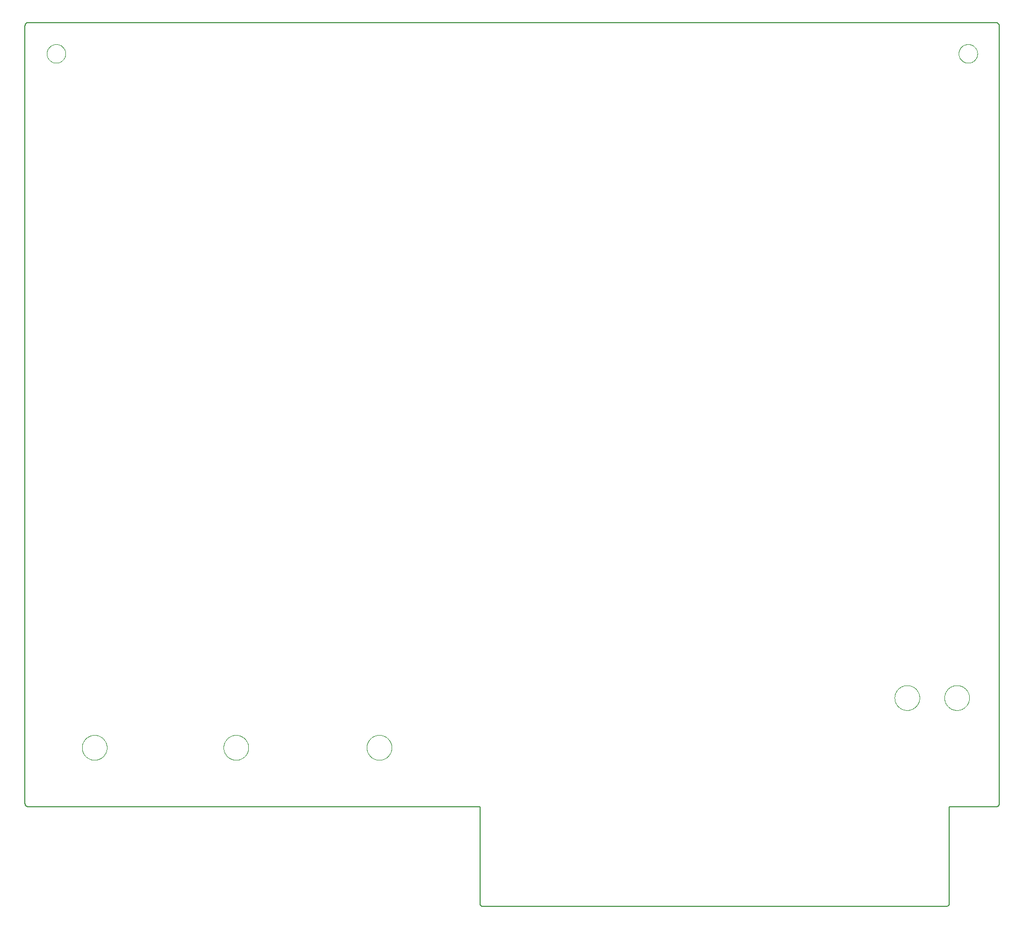
<source format=gko>
G75*
%MOIN*%
%OFA0B0*%
%FSLAX25Y25*%
%IPPOS*%
%LPD*%
%AMOC8*
5,1,8,0,0,1.08239X$1,22.5*
%
%ADD10C,0.00000*%
%ADD11C,0.00787*%
D10*
X0037417Y0105394D02*
X0037419Y0105587D01*
X0037426Y0105780D01*
X0037438Y0105973D01*
X0037455Y0106166D01*
X0037476Y0106358D01*
X0037502Y0106549D01*
X0037533Y0106740D01*
X0037568Y0106930D01*
X0037608Y0107119D01*
X0037653Y0107307D01*
X0037702Y0107494D01*
X0037756Y0107680D01*
X0037814Y0107864D01*
X0037877Y0108047D01*
X0037945Y0108228D01*
X0038016Y0108407D01*
X0038093Y0108585D01*
X0038173Y0108761D01*
X0038258Y0108934D01*
X0038347Y0109106D01*
X0038440Y0109275D01*
X0038537Y0109442D01*
X0038639Y0109607D01*
X0038744Y0109769D01*
X0038853Y0109928D01*
X0038967Y0110085D01*
X0039084Y0110238D01*
X0039204Y0110389D01*
X0039329Y0110537D01*
X0039457Y0110682D01*
X0039588Y0110823D01*
X0039723Y0110962D01*
X0039862Y0111097D01*
X0040003Y0111228D01*
X0040148Y0111356D01*
X0040296Y0111481D01*
X0040447Y0111601D01*
X0040600Y0111718D01*
X0040757Y0111832D01*
X0040916Y0111941D01*
X0041078Y0112046D01*
X0041243Y0112148D01*
X0041410Y0112245D01*
X0041579Y0112338D01*
X0041751Y0112427D01*
X0041924Y0112512D01*
X0042100Y0112592D01*
X0042278Y0112669D01*
X0042457Y0112740D01*
X0042638Y0112808D01*
X0042821Y0112871D01*
X0043005Y0112929D01*
X0043191Y0112983D01*
X0043378Y0113032D01*
X0043566Y0113077D01*
X0043755Y0113117D01*
X0043945Y0113152D01*
X0044136Y0113183D01*
X0044327Y0113209D01*
X0044519Y0113230D01*
X0044712Y0113247D01*
X0044905Y0113259D01*
X0045098Y0113266D01*
X0045291Y0113268D01*
X0045484Y0113266D01*
X0045677Y0113259D01*
X0045870Y0113247D01*
X0046063Y0113230D01*
X0046255Y0113209D01*
X0046446Y0113183D01*
X0046637Y0113152D01*
X0046827Y0113117D01*
X0047016Y0113077D01*
X0047204Y0113032D01*
X0047391Y0112983D01*
X0047577Y0112929D01*
X0047761Y0112871D01*
X0047944Y0112808D01*
X0048125Y0112740D01*
X0048304Y0112669D01*
X0048482Y0112592D01*
X0048658Y0112512D01*
X0048831Y0112427D01*
X0049003Y0112338D01*
X0049172Y0112245D01*
X0049339Y0112148D01*
X0049504Y0112046D01*
X0049666Y0111941D01*
X0049825Y0111832D01*
X0049982Y0111718D01*
X0050135Y0111601D01*
X0050286Y0111481D01*
X0050434Y0111356D01*
X0050579Y0111228D01*
X0050720Y0111097D01*
X0050859Y0110962D01*
X0050994Y0110823D01*
X0051125Y0110682D01*
X0051253Y0110537D01*
X0051378Y0110389D01*
X0051498Y0110238D01*
X0051615Y0110085D01*
X0051729Y0109928D01*
X0051838Y0109769D01*
X0051943Y0109607D01*
X0052045Y0109442D01*
X0052142Y0109275D01*
X0052235Y0109106D01*
X0052324Y0108934D01*
X0052409Y0108761D01*
X0052489Y0108585D01*
X0052566Y0108407D01*
X0052637Y0108228D01*
X0052705Y0108047D01*
X0052768Y0107864D01*
X0052826Y0107680D01*
X0052880Y0107494D01*
X0052929Y0107307D01*
X0052974Y0107119D01*
X0053014Y0106930D01*
X0053049Y0106740D01*
X0053080Y0106549D01*
X0053106Y0106358D01*
X0053127Y0106166D01*
X0053144Y0105973D01*
X0053156Y0105780D01*
X0053163Y0105587D01*
X0053165Y0105394D01*
X0053163Y0105201D01*
X0053156Y0105008D01*
X0053144Y0104815D01*
X0053127Y0104622D01*
X0053106Y0104430D01*
X0053080Y0104239D01*
X0053049Y0104048D01*
X0053014Y0103858D01*
X0052974Y0103669D01*
X0052929Y0103481D01*
X0052880Y0103294D01*
X0052826Y0103108D01*
X0052768Y0102924D01*
X0052705Y0102741D01*
X0052637Y0102560D01*
X0052566Y0102381D01*
X0052489Y0102203D01*
X0052409Y0102027D01*
X0052324Y0101854D01*
X0052235Y0101682D01*
X0052142Y0101513D01*
X0052045Y0101346D01*
X0051943Y0101181D01*
X0051838Y0101019D01*
X0051729Y0100860D01*
X0051615Y0100703D01*
X0051498Y0100550D01*
X0051378Y0100399D01*
X0051253Y0100251D01*
X0051125Y0100106D01*
X0050994Y0099965D01*
X0050859Y0099826D01*
X0050720Y0099691D01*
X0050579Y0099560D01*
X0050434Y0099432D01*
X0050286Y0099307D01*
X0050135Y0099187D01*
X0049982Y0099070D01*
X0049825Y0098956D01*
X0049666Y0098847D01*
X0049504Y0098742D01*
X0049339Y0098640D01*
X0049172Y0098543D01*
X0049003Y0098450D01*
X0048831Y0098361D01*
X0048658Y0098276D01*
X0048482Y0098196D01*
X0048304Y0098119D01*
X0048125Y0098048D01*
X0047944Y0097980D01*
X0047761Y0097917D01*
X0047577Y0097859D01*
X0047391Y0097805D01*
X0047204Y0097756D01*
X0047016Y0097711D01*
X0046827Y0097671D01*
X0046637Y0097636D01*
X0046446Y0097605D01*
X0046255Y0097579D01*
X0046063Y0097558D01*
X0045870Y0097541D01*
X0045677Y0097529D01*
X0045484Y0097522D01*
X0045291Y0097520D01*
X0045098Y0097522D01*
X0044905Y0097529D01*
X0044712Y0097541D01*
X0044519Y0097558D01*
X0044327Y0097579D01*
X0044136Y0097605D01*
X0043945Y0097636D01*
X0043755Y0097671D01*
X0043566Y0097711D01*
X0043378Y0097756D01*
X0043191Y0097805D01*
X0043005Y0097859D01*
X0042821Y0097917D01*
X0042638Y0097980D01*
X0042457Y0098048D01*
X0042278Y0098119D01*
X0042100Y0098196D01*
X0041924Y0098276D01*
X0041751Y0098361D01*
X0041579Y0098450D01*
X0041410Y0098543D01*
X0041243Y0098640D01*
X0041078Y0098742D01*
X0040916Y0098847D01*
X0040757Y0098956D01*
X0040600Y0099070D01*
X0040447Y0099187D01*
X0040296Y0099307D01*
X0040148Y0099432D01*
X0040003Y0099560D01*
X0039862Y0099691D01*
X0039723Y0099826D01*
X0039588Y0099965D01*
X0039457Y0100106D01*
X0039329Y0100251D01*
X0039204Y0100399D01*
X0039084Y0100550D01*
X0038967Y0100703D01*
X0038853Y0100860D01*
X0038744Y0101019D01*
X0038639Y0101181D01*
X0038537Y0101346D01*
X0038440Y0101513D01*
X0038347Y0101682D01*
X0038258Y0101854D01*
X0038173Y0102027D01*
X0038093Y0102203D01*
X0038016Y0102381D01*
X0037945Y0102560D01*
X0037877Y0102741D01*
X0037814Y0102924D01*
X0037756Y0103108D01*
X0037702Y0103294D01*
X0037653Y0103481D01*
X0037608Y0103669D01*
X0037568Y0103858D01*
X0037533Y0104048D01*
X0037502Y0104239D01*
X0037476Y0104430D01*
X0037455Y0104622D01*
X0037438Y0104815D01*
X0037426Y0105008D01*
X0037419Y0105201D01*
X0037417Y0105394D01*
X0126984Y0105394D02*
X0126986Y0105587D01*
X0126993Y0105780D01*
X0127005Y0105973D01*
X0127022Y0106166D01*
X0127043Y0106358D01*
X0127069Y0106549D01*
X0127100Y0106740D01*
X0127135Y0106930D01*
X0127175Y0107119D01*
X0127220Y0107307D01*
X0127269Y0107494D01*
X0127323Y0107680D01*
X0127381Y0107864D01*
X0127444Y0108047D01*
X0127512Y0108228D01*
X0127583Y0108407D01*
X0127660Y0108585D01*
X0127740Y0108761D01*
X0127825Y0108934D01*
X0127914Y0109106D01*
X0128007Y0109275D01*
X0128104Y0109442D01*
X0128206Y0109607D01*
X0128311Y0109769D01*
X0128420Y0109928D01*
X0128534Y0110085D01*
X0128651Y0110238D01*
X0128771Y0110389D01*
X0128896Y0110537D01*
X0129024Y0110682D01*
X0129155Y0110823D01*
X0129290Y0110962D01*
X0129429Y0111097D01*
X0129570Y0111228D01*
X0129715Y0111356D01*
X0129863Y0111481D01*
X0130014Y0111601D01*
X0130167Y0111718D01*
X0130324Y0111832D01*
X0130483Y0111941D01*
X0130645Y0112046D01*
X0130810Y0112148D01*
X0130977Y0112245D01*
X0131146Y0112338D01*
X0131318Y0112427D01*
X0131491Y0112512D01*
X0131667Y0112592D01*
X0131845Y0112669D01*
X0132024Y0112740D01*
X0132205Y0112808D01*
X0132388Y0112871D01*
X0132572Y0112929D01*
X0132758Y0112983D01*
X0132945Y0113032D01*
X0133133Y0113077D01*
X0133322Y0113117D01*
X0133512Y0113152D01*
X0133703Y0113183D01*
X0133894Y0113209D01*
X0134086Y0113230D01*
X0134279Y0113247D01*
X0134472Y0113259D01*
X0134665Y0113266D01*
X0134858Y0113268D01*
X0135051Y0113266D01*
X0135244Y0113259D01*
X0135437Y0113247D01*
X0135630Y0113230D01*
X0135822Y0113209D01*
X0136013Y0113183D01*
X0136204Y0113152D01*
X0136394Y0113117D01*
X0136583Y0113077D01*
X0136771Y0113032D01*
X0136958Y0112983D01*
X0137144Y0112929D01*
X0137328Y0112871D01*
X0137511Y0112808D01*
X0137692Y0112740D01*
X0137871Y0112669D01*
X0138049Y0112592D01*
X0138225Y0112512D01*
X0138398Y0112427D01*
X0138570Y0112338D01*
X0138739Y0112245D01*
X0138906Y0112148D01*
X0139071Y0112046D01*
X0139233Y0111941D01*
X0139392Y0111832D01*
X0139549Y0111718D01*
X0139702Y0111601D01*
X0139853Y0111481D01*
X0140001Y0111356D01*
X0140146Y0111228D01*
X0140287Y0111097D01*
X0140426Y0110962D01*
X0140561Y0110823D01*
X0140692Y0110682D01*
X0140820Y0110537D01*
X0140945Y0110389D01*
X0141065Y0110238D01*
X0141182Y0110085D01*
X0141296Y0109928D01*
X0141405Y0109769D01*
X0141510Y0109607D01*
X0141612Y0109442D01*
X0141709Y0109275D01*
X0141802Y0109106D01*
X0141891Y0108934D01*
X0141976Y0108761D01*
X0142056Y0108585D01*
X0142133Y0108407D01*
X0142204Y0108228D01*
X0142272Y0108047D01*
X0142335Y0107864D01*
X0142393Y0107680D01*
X0142447Y0107494D01*
X0142496Y0107307D01*
X0142541Y0107119D01*
X0142581Y0106930D01*
X0142616Y0106740D01*
X0142647Y0106549D01*
X0142673Y0106358D01*
X0142694Y0106166D01*
X0142711Y0105973D01*
X0142723Y0105780D01*
X0142730Y0105587D01*
X0142732Y0105394D01*
X0142730Y0105201D01*
X0142723Y0105008D01*
X0142711Y0104815D01*
X0142694Y0104622D01*
X0142673Y0104430D01*
X0142647Y0104239D01*
X0142616Y0104048D01*
X0142581Y0103858D01*
X0142541Y0103669D01*
X0142496Y0103481D01*
X0142447Y0103294D01*
X0142393Y0103108D01*
X0142335Y0102924D01*
X0142272Y0102741D01*
X0142204Y0102560D01*
X0142133Y0102381D01*
X0142056Y0102203D01*
X0141976Y0102027D01*
X0141891Y0101854D01*
X0141802Y0101682D01*
X0141709Y0101513D01*
X0141612Y0101346D01*
X0141510Y0101181D01*
X0141405Y0101019D01*
X0141296Y0100860D01*
X0141182Y0100703D01*
X0141065Y0100550D01*
X0140945Y0100399D01*
X0140820Y0100251D01*
X0140692Y0100106D01*
X0140561Y0099965D01*
X0140426Y0099826D01*
X0140287Y0099691D01*
X0140146Y0099560D01*
X0140001Y0099432D01*
X0139853Y0099307D01*
X0139702Y0099187D01*
X0139549Y0099070D01*
X0139392Y0098956D01*
X0139233Y0098847D01*
X0139071Y0098742D01*
X0138906Y0098640D01*
X0138739Y0098543D01*
X0138570Y0098450D01*
X0138398Y0098361D01*
X0138225Y0098276D01*
X0138049Y0098196D01*
X0137871Y0098119D01*
X0137692Y0098048D01*
X0137511Y0097980D01*
X0137328Y0097917D01*
X0137144Y0097859D01*
X0136958Y0097805D01*
X0136771Y0097756D01*
X0136583Y0097711D01*
X0136394Y0097671D01*
X0136204Y0097636D01*
X0136013Y0097605D01*
X0135822Y0097579D01*
X0135630Y0097558D01*
X0135437Y0097541D01*
X0135244Y0097529D01*
X0135051Y0097522D01*
X0134858Y0097520D01*
X0134665Y0097522D01*
X0134472Y0097529D01*
X0134279Y0097541D01*
X0134086Y0097558D01*
X0133894Y0097579D01*
X0133703Y0097605D01*
X0133512Y0097636D01*
X0133322Y0097671D01*
X0133133Y0097711D01*
X0132945Y0097756D01*
X0132758Y0097805D01*
X0132572Y0097859D01*
X0132388Y0097917D01*
X0132205Y0097980D01*
X0132024Y0098048D01*
X0131845Y0098119D01*
X0131667Y0098196D01*
X0131491Y0098276D01*
X0131318Y0098361D01*
X0131146Y0098450D01*
X0130977Y0098543D01*
X0130810Y0098640D01*
X0130645Y0098742D01*
X0130483Y0098847D01*
X0130324Y0098956D01*
X0130167Y0099070D01*
X0130014Y0099187D01*
X0129863Y0099307D01*
X0129715Y0099432D01*
X0129570Y0099560D01*
X0129429Y0099691D01*
X0129290Y0099826D01*
X0129155Y0099965D01*
X0129024Y0100106D01*
X0128896Y0100251D01*
X0128771Y0100399D01*
X0128651Y0100550D01*
X0128534Y0100703D01*
X0128420Y0100860D01*
X0128311Y0101019D01*
X0128206Y0101181D01*
X0128104Y0101346D01*
X0128007Y0101513D01*
X0127914Y0101682D01*
X0127825Y0101854D01*
X0127740Y0102027D01*
X0127660Y0102203D01*
X0127583Y0102381D01*
X0127512Y0102560D01*
X0127444Y0102741D01*
X0127381Y0102924D01*
X0127323Y0103108D01*
X0127269Y0103294D01*
X0127220Y0103481D01*
X0127175Y0103669D01*
X0127135Y0103858D01*
X0127100Y0104048D01*
X0127069Y0104239D01*
X0127043Y0104430D01*
X0127022Y0104622D01*
X0127005Y0104815D01*
X0126993Y0105008D01*
X0126986Y0105201D01*
X0126984Y0105394D01*
X0217535Y0105394D02*
X0217537Y0105587D01*
X0217544Y0105780D01*
X0217556Y0105973D01*
X0217573Y0106166D01*
X0217594Y0106358D01*
X0217620Y0106549D01*
X0217651Y0106740D01*
X0217686Y0106930D01*
X0217726Y0107119D01*
X0217771Y0107307D01*
X0217820Y0107494D01*
X0217874Y0107680D01*
X0217932Y0107864D01*
X0217995Y0108047D01*
X0218063Y0108228D01*
X0218134Y0108407D01*
X0218211Y0108585D01*
X0218291Y0108761D01*
X0218376Y0108934D01*
X0218465Y0109106D01*
X0218558Y0109275D01*
X0218655Y0109442D01*
X0218757Y0109607D01*
X0218862Y0109769D01*
X0218971Y0109928D01*
X0219085Y0110085D01*
X0219202Y0110238D01*
X0219322Y0110389D01*
X0219447Y0110537D01*
X0219575Y0110682D01*
X0219706Y0110823D01*
X0219841Y0110962D01*
X0219980Y0111097D01*
X0220121Y0111228D01*
X0220266Y0111356D01*
X0220414Y0111481D01*
X0220565Y0111601D01*
X0220718Y0111718D01*
X0220875Y0111832D01*
X0221034Y0111941D01*
X0221196Y0112046D01*
X0221361Y0112148D01*
X0221528Y0112245D01*
X0221697Y0112338D01*
X0221869Y0112427D01*
X0222042Y0112512D01*
X0222218Y0112592D01*
X0222396Y0112669D01*
X0222575Y0112740D01*
X0222756Y0112808D01*
X0222939Y0112871D01*
X0223123Y0112929D01*
X0223309Y0112983D01*
X0223496Y0113032D01*
X0223684Y0113077D01*
X0223873Y0113117D01*
X0224063Y0113152D01*
X0224254Y0113183D01*
X0224445Y0113209D01*
X0224637Y0113230D01*
X0224830Y0113247D01*
X0225023Y0113259D01*
X0225216Y0113266D01*
X0225409Y0113268D01*
X0225602Y0113266D01*
X0225795Y0113259D01*
X0225988Y0113247D01*
X0226181Y0113230D01*
X0226373Y0113209D01*
X0226564Y0113183D01*
X0226755Y0113152D01*
X0226945Y0113117D01*
X0227134Y0113077D01*
X0227322Y0113032D01*
X0227509Y0112983D01*
X0227695Y0112929D01*
X0227879Y0112871D01*
X0228062Y0112808D01*
X0228243Y0112740D01*
X0228422Y0112669D01*
X0228600Y0112592D01*
X0228776Y0112512D01*
X0228949Y0112427D01*
X0229121Y0112338D01*
X0229290Y0112245D01*
X0229457Y0112148D01*
X0229622Y0112046D01*
X0229784Y0111941D01*
X0229943Y0111832D01*
X0230100Y0111718D01*
X0230253Y0111601D01*
X0230404Y0111481D01*
X0230552Y0111356D01*
X0230697Y0111228D01*
X0230838Y0111097D01*
X0230977Y0110962D01*
X0231112Y0110823D01*
X0231243Y0110682D01*
X0231371Y0110537D01*
X0231496Y0110389D01*
X0231616Y0110238D01*
X0231733Y0110085D01*
X0231847Y0109928D01*
X0231956Y0109769D01*
X0232061Y0109607D01*
X0232163Y0109442D01*
X0232260Y0109275D01*
X0232353Y0109106D01*
X0232442Y0108934D01*
X0232527Y0108761D01*
X0232607Y0108585D01*
X0232684Y0108407D01*
X0232755Y0108228D01*
X0232823Y0108047D01*
X0232886Y0107864D01*
X0232944Y0107680D01*
X0232998Y0107494D01*
X0233047Y0107307D01*
X0233092Y0107119D01*
X0233132Y0106930D01*
X0233167Y0106740D01*
X0233198Y0106549D01*
X0233224Y0106358D01*
X0233245Y0106166D01*
X0233262Y0105973D01*
X0233274Y0105780D01*
X0233281Y0105587D01*
X0233283Y0105394D01*
X0233281Y0105201D01*
X0233274Y0105008D01*
X0233262Y0104815D01*
X0233245Y0104622D01*
X0233224Y0104430D01*
X0233198Y0104239D01*
X0233167Y0104048D01*
X0233132Y0103858D01*
X0233092Y0103669D01*
X0233047Y0103481D01*
X0232998Y0103294D01*
X0232944Y0103108D01*
X0232886Y0102924D01*
X0232823Y0102741D01*
X0232755Y0102560D01*
X0232684Y0102381D01*
X0232607Y0102203D01*
X0232527Y0102027D01*
X0232442Y0101854D01*
X0232353Y0101682D01*
X0232260Y0101513D01*
X0232163Y0101346D01*
X0232061Y0101181D01*
X0231956Y0101019D01*
X0231847Y0100860D01*
X0231733Y0100703D01*
X0231616Y0100550D01*
X0231496Y0100399D01*
X0231371Y0100251D01*
X0231243Y0100106D01*
X0231112Y0099965D01*
X0230977Y0099826D01*
X0230838Y0099691D01*
X0230697Y0099560D01*
X0230552Y0099432D01*
X0230404Y0099307D01*
X0230253Y0099187D01*
X0230100Y0099070D01*
X0229943Y0098956D01*
X0229784Y0098847D01*
X0229622Y0098742D01*
X0229457Y0098640D01*
X0229290Y0098543D01*
X0229121Y0098450D01*
X0228949Y0098361D01*
X0228776Y0098276D01*
X0228600Y0098196D01*
X0228422Y0098119D01*
X0228243Y0098048D01*
X0228062Y0097980D01*
X0227879Y0097917D01*
X0227695Y0097859D01*
X0227509Y0097805D01*
X0227322Y0097756D01*
X0227134Y0097711D01*
X0226945Y0097671D01*
X0226755Y0097636D01*
X0226564Y0097605D01*
X0226373Y0097579D01*
X0226181Y0097558D01*
X0225988Y0097541D01*
X0225795Y0097529D01*
X0225602Y0097522D01*
X0225409Y0097520D01*
X0225216Y0097522D01*
X0225023Y0097529D01*
X0224830Y0097541D01*
X0224637Y0097558D01*
X0224445Y0097579D01*
X0224254Y0097605D01*
X0224063Y0097636D01*
X0223873Y0097671D01*
X0223684Y0097711D01*
X0223496Y0097756D01*
X0223309Y0097805D01*
X0223123Y0097859D01*
X0222939Y0097917D01*
X0222756Y0097980D01*
X0222575Y0098048D01*
X0222396Y0098119D01*
X0222218Y0098196D01*
X0222042Y0098276D01*
X0221869Y0098361D01*
X0221697Y0098450D01*
X0221528Y0098543D01*
X0221361Y0098640D01*
X0221196Y0098742D01*
X0221034Y0098847D01*
X0220875Y0098956D01*
X0220718Y0099070D01*
X0220565Y0099187D01*
X0220414Y0099307D01*
X0220266Y0099432D01*
X0220121Y0099560D01*
X0219980Y0099691D01*
X0219841Y0099826D01*
X0219706Y0099965D01*
X0219575Y0100106D01*
X0219447Y0100251D01*
X0219322Y0100399D01*
X0219202Y0100550D01*
X0219085Y0100703D01*
X0218971Y0100860D01*
X0218862Y0101019D01*
X0218757Y0101181D01*
X0218655Y0101346D01*
X0218558Y0101513D01*
X0218465Y0101682D01*
X0218376Y0101854D01*
X0218291Y0102027D01*
X0218211Y0102203D01*
X0218134Y0102381D01*
X0218063Y0102560D01*
X0217995Y0102741D01*
X0217932Y0102924D01*
X0217874Y0103108D01*
X0217820Y0103294D01*
X0217771Y0103481D01*
X0217726Y0103669D01*
X0217686Y0103858D01*
X0217651Y0104048D01*
X0217620Y0104239D01*
X0217594Y0104430D01*
X0217573Y0104622D01*
X0217556Y0104815D01*
X0217544Y0105008D01*
X0217537Y0105201D01*
X0217535Y0105394D01*
X0551394Y0136890D02*
X0551396Y0137083D01*
X0551403Y0137276D01*
X0551415Y0137469D01*
X0551432Y0137662D01*
X0551453Y0137854D01*
X0551479Y0138045D01*
X0551510Y0138236D01*
X0551545Y0138426D01*
X0551585Y0138615D01*
X0551630Y0138803D01*
X0551679Y0138990D01*
X0551733Y0139176D01*
X0551791Y0139360D01*
X0551854Y0139543D01*
X0551922Y0139724D01*
X0551993Y0139903D01*
X0552070Y0140081D01*
X0552150Y0140257D01*
X0552235Y0140430D01*
X0552324Y0140602D01*
X0552417Y0140771D01*
X0552514Y0140938D01*
X0552616Y0141103D01*
X0552721Y0141265D01*
X0552830Y0141424D01*
X0552944Y0141581D01*
X0553061Y0141734D01*
X0553181Y0141885D01*
X0553306Y0142033D01*
X0553434Y0142178D01*
X0553565Y0142319D01*
X0553700Y0142458D01*
X0553839Y0142593D01*
X0553980Y0142724D01*
X0554125Y0142852D01*
X0554273Y0142977D01*
X0554424Y0143097D01*
X0554577Y0143214D01*
X0554734Y0143328D01*
X0554893Y0143437D01*
X0555055Y0143542D01*
X0555220Y0143644D01*
X0555387Y0143741D01*
X0555556Y0143834D01*
X0555728Y0143923D01*
X0555901Y0144008D01*
X0556077Y0144088D01*
X0556255Y0144165D01*
X0556434Y0144236D01*
X0556615Y0144304D01*
X0556798Y0144367D01*
X0556982Y0144425D01*
X0557168Y0144479D01*
X0557355Y0144528D01*
X0557543Y0144573D01*
X0557732Y0144613D01*
X0557922Y0144648D01*
X0558113Y0144679D01*
X0558304Y0144705D01*
X0558496Y0144726D01*
X0558689Y0144743D01*
X0558882Y0144755D01*
X0559075Y0144762D01*
X0559268Y0144764D01*
X0559461Y0144762D01*
X0559654Y0144755D01*
X0559847Y0144743D01*
X0560040Y0144726D01*
X0560232Y0144705D01*
X0560423Y0144679D01*
X0560614Y0144648D01*
X0560804Y0144613D01*
X0560993Y0144573D01*
X0561181Y0144528D01*
X0561368Y0144479D01*
X0561554Y0144425D01*
X0561738Y0144367D01*
X0561921Y0144304D01*
X0562102Y0144236D01*
X0562281Y0144165D01*
X0562459Y0144088D01*
X0562635Y0144008D01*
X0562808Y0143923D01*
X0562980Y0143834D01*
X0563149Y0143741D01*
X0563316Y0143644D01*
X0563481Y0143542D01*
X0563643Y0143437D01*
X0563802Y0143328D01*
X0563959Y0143214D01*
X0564112Y0143097D01*
X0564263Y0142977D01*
X0564411Y0142852D01*
X0564556Y0142724D01*
X0564697Y0142593D01*
X0564836Y0142458D01*
X0564971Y0142319D01*
X0565102Y0142178D01*
X0565230Y0142033D01*
X0565355Y0141885D01*
X0565475Y0141734D01*
X0565592Y0141581D01*
X0565706Y0141424D01*
X0565815Y0141265D01*
X0565920Y0141103D01*
X0566022Y0140938D01*
X0566119Y0140771D01*
X0566212Y0140602D01*
X0566301Y0140430D01*
X0566386Y0140257D01*
X0566466Y0140081D01*
X0566543Y0139903D01*
X0566614Y0139724D01*
X0566682Y0139543D01*
X0566745Y0139360D01*
X0566803Y0139176D01*
X0566857Y0138990D01*
X0566906Y0138803D01*
X0566951Y0138615D01*
X0566991Y0138426D01*
X0567026Y0138236D01*
X0567057Y0138045D01*
X0567083Y0137854D01*
X0567104Y0137662D01*
X0567121Y0137469D01*
X0567133Y0137276D01*
X0567140Y0137083D01*
X0567142Y0136890D01*
X0567140Y0136697D01*
X0567133Y0136504D01*
X0567121Y0136311D01*
X0567104Y0136118D01*
X0567083Y0135926D01*
X0567057Y0135735D01*
X0567026Y0135544D01*
X0566991Y0135354D01*
X0566951Y0135165D01*
X0566906Y0134977D01*
X0566857Y0134790D01*
X0566803Y0134604D01*
X0566745Y0134420D01*
X0566682Y0134237D01*
X0566614Y0134056D01*
X0566543Y0133877D01*
X0566466Y0133699D01*
X0566386Y0133523D01*
X0566301Y0133350D01*
X0566212Y0133178D01*
X0566119Y0133009D01*
X0566022Y0132842D01*
X0565920Y0132677D01*
X0565815Y0132515D01*
X0565706Y0132356D01*
X0565592Y0132199D01*
X0565475Y0132046D01*
X0565355Y0131895D01*
X0565230Y0131747D01*
X0565102Y0131602D01*
X0564971Y0131461D01*
X0564836Y0131322D01*
X0564697Y0131187D01*
X0564556Y0131056D01*
X0564411Y0130928D01*
X0564263Y0130803D01*
X0564112Y0130683D01*
X0563959Y0130566D01*
X0563802Y0130452D01*
X0563643Y0130343D01*
X0563481Y0130238D01*
X0563316Y0130136D01*
X0563149Y0130039D01*
X0562980Y0129946D01*
X0562808Y0129857D01*
X0562635Y0129772D01*
X0562459Y0129692D01*
X0562281Y0129615D01*
X0562102Y0129544D01*
X0561921Y0129476D01*
X0561738Y0129413D01*
X0561554Y0129355D01*
X0561368Y0129301D01*
X0561181Y0129252D01*
X0560993Y0129207D01*
X0560804Y0129167D01*
X0560614Y0129132D01*
X0560423Y0129101D01*
X0560232Y0129075D01*
X0560040Y0129054D01*
X0559847Y0129037D01*
X0559654Y0129025D01*
X0559461Y0129018D01*
X0559268Y0129016D01*
X0559075Y0129018D01*
X0558882Y0129025D01*
X0558689Y0129037D01*
X0558496Y0129054D01*
X0558304Y0129075D01*
X0558113Y0129101D01*
X0557922Y0129132D01*
X0557732Y0129167D01*
X0557543Y0129207D01*
X0557355Y0129252D01*
X0557168Y0129301D01*
X0556982Y0129355D01*
X0556798Y0129413D01*
X0556615Y0129476D01*
X0556434Y0129544D01*
X0556255Y0129615D01*
X0556077Y0129692D01*
X0555901Y0129772D01*
X0555728Y0129857D01*
X0555556Y0129946D01*
X0555387Y0130039D01*
X0555220Y0130136D01*
X0555055Y0130238D01*
X0554893Y0130343D01*
X0554734Y0130452D01*
X0554577Y0130566D01*
X0554424Y0130683D01*
X0554273Y0130803D01*
X0554125Y0130928D01*
X0553980Y0131056D01*
X0553839Y0131187D01*
X0553700Y0131322D01*
X0553565Y0131461D01*
X0553434Y0131602D01*
X0553306Y0131747D01*
X0553181Y0131895D01*
X0553061Y0132046D01*
X0552944Y0132199D01*
X0552830Y0132356D01*
X0552721Y0132515D01*
X0552616Y0132677D01*
X0552514Y0132842D01*
X0552417Y0133009D01*
X0552324Y0133178D01*
X0552235Y0133350D01*
X0552150Y0133523D01*
X0552070Y0133699D01*
X0551993Y0133877D01*
X0551922Y0134056D01*
X0551854Y0134237D01*
X0551791Y0134420D01*
X0551733Y0134604D01*
X0551679Y0134790D01*
X0551630Y0134977D01*
X0551585Y0135165D01*
X0551545Y0135354D01*
X0551510Y0135544D01*
X0551479Y0135735D01*
X0551453Y0135926D01*
X0551432Y0136118D01*
X0551415Y0136311D01*
X0551403Y0136504D01*
X0551396Y0136697D01*
X0551394Y0136890D01*
X0582890Y0136890D02*
X0582892Y0137083D01*
X0582899Y0137276D01*
X0582911Y0137469D01*
X0582928Y0137662D01*
X0582949Y0137854D01*
X0582975Y0138045D01*
X0583006Y0138236D01*
X0583041Y0138426D01*
X0583081Y0138615D01*
X0583126Y0138803D01*
X0583175Y0138990D01*
X0583229Y0139176D01*
X0583287Y0139360D01*
X0583350Y0139543D01*
X0583418Y0139724D01*
X0583489Y0139903D01*
X0583566Y0140081D01*
X0583646Y0140257D01*
X0583731Y0140430D01*
X0583820Y0140602D01*
X0583913Y0140771D01*
X0584010Y0140938D01*
X0584112Y0141103D01*
X0584217Y0141265D01*
X0584326Y0141424D01*
X0584440Y0141581D01*
X0584557Y0141734D01*
X0584677Y0141885D01*
X0584802Y0142033D01*
X0584930Y0142178D01*
X0585061Y0142319D01*
X0585196Y0142458D01*
X0585335Y0142593D01*
X0585476Y0142724D01*
X0585621Y0142852D01*
X0585769Y0142977D01*
X0585920Y0143097D01*
X0586073Y0143214D01*
X0586230Y0143328D01*
X0586389Y0143437D01*
X0586551Y0143542D01*
X0586716Y0143644D01*
X0586883Y0143741D01*
X0587052Y0143834D01*
X0587224Y0143923D01*
X0587397Y0144008D01*
X0587573Y0144088D01*
X0587751Y0144165D01*
X0587930Y0144236D01*
X0588111Y0144304D01*
X0588294Y0144367D01*
X0588478Y0144425D01*
X0588664Y0144479D01*
X0588851Y0144528D01*
X0589039Y0144573D01*
X0589228Y0144613D01*
X0589418Y0144648D01*
X0589609Y0144679D01*
X0589800Y0144705D01*
X0589992Y0144726D01*
X0590185Y0144743D01*
X0590378Y0144755D01*
X0590571Y0144762D01*
X0590764Y0144764D01*
X0590957Y0144762D01*
X0591150Y0144755D01*
X0591343Y0144743D01*
X0591536Y0144726D01*
X0591728Y0144705D01*
X0591919Y0144679D01*
X0592110Y0144648D01*
X0592300Y0144613D01*
X0592489Y0144573D01*
X0592677Y0144528D01*
X0592864Y0144479D01*
X0593050Y0144425D01*
X0593234Y0144367D01*
X0593417Y0144304D01*
X0593598Y0144236D01*
X0593777Y0144165D01*
X0593955Y0144088D01*
X0594131Y0144008D01*
X0594304Y0143923D01*
X0594476Y0143834D01*
X0594645Y0143741D01*
X0594812Y0143644D01*
X0594977Y0143542D01*
X0595139Y0143437D01*
X0595298Y0143328D01*
X0595455Y0143214D01*
X0595608Y0143097D01*
X0595759Y0142977D01*
X0595907Y0142852D01*
X0596052Y0142724D01*
X0596193Y0142593D01*
X0596332Y0142458D01*
X0596467Y0142319D01*
X0596598Y0142178D01*
X0596726Y0142033D01*
X0596851Y0141885D01*
X0596971Y0141734D01*
X0597088Y0141581D01*
X0597202Y0141424D01*
X0597311Y0141265D01*
X0597416Y0141103D01*
X0597518Y0140938D01*
X0597615Y0140771D01*
X0597708Y0140602D01*
X0597797Y0140430D01*
X0597882Y0140257D01*
X0597962Y0140081D01*
X0598039Y0139903D01*
X0598110Y0139724D01*
X0598178Y0139543D01*
X0598241Y0139360D01*
X0598299Y0139176D01*
X0598353Y0138990D01*
X0598402Y0138803D01*
X0598447Y0138615D01*
X0598487Y0138426D01*
X0598522Y0138236D01*
X0598553Y0138045D01*
X0598579Y0137854D01*
X0598600Y0137662D01*
X0598617Y0137469D01*
X0598629Y0137276D01*
X0598636Y0137083D01*
X0598638Y0136890D01*
X0598636Y0136697D01*
X0598629Y0136504D01*
X0598617Y0136311D01*
X0598600Y0136118D01*
X0598579Y0135926D01*
X0598553Y0135735D01*
X0598522Y0135544D01*
X0598487Y0135354D01*
X0598447Y0135165D01*
X0598402Y0134977D01*
X0598353Y0134790D01*
X0598299Y0134604D01*
X0598241Y0134420D01*
X0598178Y0134237D01*
X0598110Y0134056D01*
X0598039Y0133877D01*
X0597962Y0133699D01*
X0597882Y0133523D01*
X0597797Y0133350D01*
X0597708Y0133178D01*
X0597615Y0133009D01*
X0597518Y0132842D01*
X0597416Y0132677D01*
X0597311Y0132515D01*
X0597202Y0132356D01*
X0597088Y0132199D01*
X0596971Y0132046D01*
X0596851Y0131895D01*
X0596726Y0131747D01*
X0596598Y0131602D01*
X0596467Y0131461D01*
X0596332Y0131322D01*
X0596193Y0131187D01*
X0596052Y0131056D01*
X0595907Y0130928D01*
X0595759Y0130803D01*
X0595608Y0130683D01*
X0595455Y0130566D01*
X0595298Y0130452D01*
X0595139Y0130343D01*
X0594977Y0130238D01*
X0594812Y0130136D01*
X0594645Y0130039D01*
X0594476Y0129946D01*
X0594304Y0129857D01*
X0594131Y0129772D01*
X0593955Y0129692D01*
X0593777Y0129615D01*
X0593598Y0129544D01*
X0593417Y0129476D01*
X0593234Y0129413D01*
X0593050Y0129355D01*
X0592864Y0129301D01*
X0592677Y0129252D01*
X0592489Y0129207D01*
X0592300Y0129167D01*
X0592110Y0129132D01*
X0591919Y0129101D01*
X0591728Y0129075D01*
X0591536Y0129054D01*
X0591343Y0129037D01*
X0591150Y0129025D01*
X0590957Y0129018D01*
X0590764Y0129016D01*
X0590571Y0129018D01*
X0590378Y0129025D01*
X0590185Y0129037D01*
X0589992Y0129054D01*
X0589800Y0129075D01*
X0589609Y0129101D01*
X0589418Y0129132D01*
X0589228Y0129167D01*
X0589039Y0129207D01*
X0588851Y0129252D01*
X0588664Y0129301D01*
X0588478Y0129355D01*
X0588294Y0129413D01*
X0588111Y0129476D01*
X0587930Y0129544D01*
X0587751Y0129615D01*
X0587573Y0129692D01*
X0587397Y0129772D01*
X0587224Y0129857D01*
X0587052Y0129946D01*
X0586883Y0130039D01*
X0586716Y0130136D01*
X0586551Y0130238D01*
X0586389Y0130343D01*
X0586230Y0130452D01*
X0586073Y0130566D01*
X0585920Y0130683D01*
X0585769Y0130803D01*
X0585621Y0130928D01*
X0585476Y0131056D01*
X0585335Y0131187D01*
X0585196Y0131322D01*
X0585061Y0131461D01*
X0584930Y0131602D01*
X0584802Y0131747D01*
X0584677Y0131895D01*
X0584557Y0132046D01*
X0584440Y0132199D01*
X0584326Y0132356D01*
X0584217Y0132515D01*
X0584112Y0132677D01*
X0584010Y0132842D01*
X0583913Y0133009D01*
X0583820Y0133178D01*
X0583731Y0133350D01*
X0583646Y0133523D01*
X0583566Y0133699D01*
X0583489Y0133877D01*
X0583418Y0134056D01*
X0583350Y0134237D01*
X0583287Y0134420D01*
X0583229Y0134604D01*
X0583175Y0134790D01*
X0583126Y0134977D01*
X0583081Y0135165D01*
X0583041Y0135354D01*
X0583006Y0135544D01*
X0582975Y0135735D01*
X0582949Y0135926D01*
X0582928Y0136118D01*
X0582911Y0136311D01*
X0582899Y0136504D01*
X0582892Y0136697D01*
X0582890Y0136890D01*
X0591944Y0544370D02*
X0591946Y0544523D01*
X0591952Y0544677D01*
X0591962Y0544830D01*
X0591976Y0544982D01*
X0591994Y0545135D01*
X0592016Y0545286D01*
X0592041Y0545437D01*
X0592071Y0545588D01*
X0592105Y0545738D01*
X0592142Y0545886D01*
X0592183Y0546034D01*
X0592228Y0546180D01*
X0592277Y0546326D01*
X0592330Y0546470D01*
X0592386Y0546612D01*
X0592446Y0546753D01*
X0592510Y0546893D01*
X0592577Y0547031D01*
X0592648Y0547167D01*
X0592723Y0547301D01*
X0592800Y0547433D01*
X0592882Y0547563D01*
X0592966Y0547691D01*
X0593054Y0547817D01*
X0593145Y0547940D01*
X0593239Y0548061D01*
X0593337Y0548179D01*
X0593437Y0548295D01*
X0593541Y0548408D01*
X0593647Y0548519D01*
X0593756Y0548627D01*
X0593868Y0548732D01*
X0593982Y0548833D01*
X0594100Y0548932D01*
X0594219Y0549028D01*
X0594341Y0549121D01*
X0594466Y0549210D01*
X0594593Y0549297D01*
X0594722Y0549379D01*
X0594853Y0549459D01*
X0594986Y0549535D01*
X0595121Y0549608D01*
X0595258Y0549677D01*
X0595397Y0549742D01*
X0595537Y0549804D01*
X0595679Y0549862D01*
X0595822Y0549917D01*
X0595967Y0549968D01*
X0596113Y0550015D01*
X0596260Y0550058D01*
X0596408Y0550097D01*
X0596557Y0550133D01*
X0596707Y0550164D01*
X0596858Y0550192D01*
X0597009Y0550216D01*
X0597162Y0550236D01*
X0597314Y0550252D01*
X0597467Y0550264D01*
X0597620Y0550272D01*
X0597773Y0550276D01*
X0597927Y0550276D01*
X0598080Y0550272D01*
X0598233Y0550264D01*
X0598386Y0550252D01*
X0598538Y0550236D01*
X0598691Y0550216D01*
X0598842Y0550192D01*
X0598993Y0550164D01*
X0599143Y0550133D01*
X0599292Y0550097D01*
X0599440Y0550058D01*
X0599587Y0550015D01*
X0599733Y0549968D01*
X0599878Y0549917D01*
X0600021Y0549862D01*
X0600163Y0549804D01*
X0600303Y0549742D01*
X0600442Y0549677D01*
X0600579Y0549608D01*
X0600714Y0549535D01*
X0600847Y0549459D01*
X0600978Y0549379D01*
X0601107Y0549297D01*
X0601234Y0549210D01*
X0601359Y0549121D01*
X0601481Y0549028D01*
X0601600Y0548932D01*
X0601718Y0548833D01*
X0601832Y0548732D01*
X0601944Y0548627D01*
X0602053Y0548519D01*
X0602159Y0548408D01*
X0602263Y0548295D01*
X0602363Y0548179D01*
X0602461Y0548061D01*
X0602555Y0547940D01*
X0602646Y0547817D01*
X0602734Y0547691D01*
X0602818Y0547563D01*
X0602900Y0547433D01*
X0602977Y0547301D01*
X0603052Y0547167D01*
X0603123Y0547031D01*
X0603190Y0546893D01*
X0603254Y0546753D01*
X0603314Y0546612D01*
X0603370Y0546470D01*
X0603423Y0546326D01*
X0603472Y0546180D01*
X0603517Y0546034D01*
X0603558Y0545886D01*
X0603595Y0545738D01*
X0603629Y0545588D01*
X0603659Y0545437D01*
X0603684Y0545286D01*
X0603706Y0545135D01*
X0603724Y0544982D01*
X0603738Y0544830D01*
X0603748Y0544677D01*
X0603754Y0544523D01*
X0603756Y0544370D01*
X0603754Y0544217D01*
X0603748Y0544063D01*
X0603738Y0543910D01*
X0603724Y0543758D01*
X0603706Y0543605D01*
X0603684Y0543454D01*
X0603659Y0543303D01*
X0603629Y0543152D01*
X0603595Y0543002D01*
X0603558Y0542854D01*
X0603517Y0542706D01*
X0603472Y0542560D01*
X0603423Y0542414D01*
X0603370Y0542270D01*
X0603314Y0542128D01*
X0603254Y0541987D01*
X0603190Y0541847D01*
X0603123Y0541709D01*
X0603052Y0541573D01*
X0602977Y0541439D01*
X0602900Y0541307D01*
X0602818Y0541177D01*
X0602734Y0541049D01*
X0602646Y0540923D01*
X0602555Y0540800D01*
X0602461Y0540679D01*
X0602363Y0540561D01*
X0602263Y0540445D01*
X0602159Y0540332D01*
X0602053Y0540221D01*
X0601944Y0540113D01*
X0601832Y0540008D01*
X0601718Y0539907D01*
X0601600Y0539808D01*
X0601481Y0539712D01*
X0601359Y0539619D01*
X0601234Y0539530D01*
X0601107Y0539443D01*
X0600978Y0539361D01*
X0600847Y0539281D01*
X0600714Y0539205D01*
X0600579Y0539132D01*
X0600442Y0539063D01*
X0600303Y0538998D01*
X0600163Y0538936D01*
X0600021Y0538878D01*
X0599878Y0538823D01*
X0599733Y0538772D01*
X0599587Y0538725D01*
X0599440Y0538682D01*
X0599292Y0538643D01*
X0599143Y0538607D01*
X0598993Y0538576D01*
X0598842Y0538548D01*
X0598691Y0538524D01*
X0598538Y0538504D01*
X0598386Y0538488D01*
X0598233Y0538476D01*
X0598080Y0538468D01*
X0597927Y0538464D01*
X0597773Y0538464D01*
X0597620Y0538468D01*
X0597467Y0538476D01*
X0597314Y0538488D01*
X0597162Y0538504D01*
X0597009Y0538524D01*
X0596858Y0538548D01*
X0596707Y0538576D01*
X0596557Y0538607D01*
X0596408Y0538643D01*
X0596260Y0538682D01*
X0596113Y0538725D01*
X0595967Y0538772D01*
X0595822Y0538823D01*
X0595679Y0538878D01*
X0595537Y0538936D01*
X0595397Y0538998D01*
X0595258Y0539063D01*
X0595121Y0539132D01*
X0594986Y0539205D01*
X0594853Y0539281D01*
X0594722Y0539361D01*
X0594593Y0539443D01*
X0594466Y0539530D01*
X0594341Y0539619D01*
X0594219Y0539712D01*
X0594100Y0539808D01*
X0593982Y0539907D01*
X0593868Y0540008D01*
X0593756Y0540113D01*
X0593647Y0540221D01*
X0593541Y0540332D01*
X0593437Y0540445D01*
X0593337Y0540561D01*
X0593239Y0540679D01*
X0593145Y0540800D01*
X0593054Y0540923D01*
X0592966Y0541049D01*
X0592882Y0541177D01*
X0592800Y0541307D01*
X0592723Y0541439D01*
X0592648Y0541573D01*
X0592577Y0541709D01*
X0592510Y0541847D01*
X0592446Y0541987D01*
X0592386Y0542128D01*
X0592330Y0542270D01*
X0592277Y0542414D01*
X0592228Y0542560D01*
X0592183Y0542706D01*
X0592142Y0542854D01*
X0592105Y0543002D01*
X0592071Y0543152D01*
X0592041Y0543303D01*
X0592016Y0543454D01*
X0591994Y0543605D01*
X0591976Y0543758D01*
X0591962Y0543910D01*
X0591952Y0544063D01*
X0591946Y0544217D01*
X0591944Y0544370D01*
X0015173Y0544370D02*
X0015175Y0544523D01*
X0015181Y0544677D01*
X0015191Y0544830D01*
X0015205Y0544982D01*
X0015223Y0545135D01*
X0015245Y0545286D01*
X0015270Y0545437D01*
X0015300Y0545588D01*
X0015334Y0545738D01*
X0015371Y0545886D01*
X0015412Y0546034D01*
X0015457Y0546180D01*
X0015506Y0546326D01*
X0015559Y0546470D01*
X0015615Y0546612D01*
X0015675Y0546753D01*
X0015739Y0546893D01*
X0015806Y0547031D01*
X0015877Y0547167D01*
X0015952Y0547301D01*
X0016029Y0547433D01*
X0016111Y0547563D01*
X0016195Y0547691D01*
X0016283Y0547817D01*
X0016374Y0547940D01*
X0016468Y0548061D01*
X0016566Y0548179D01*
X0016666Y0548295D01*
X0016770Y0548408D01*
X0016876Y0548519D01*
X0016985Y0548627D01*
X0017097Y0548732D01*
X0017211Y0548833D01*
X0017329Y0548932D01*
X0017448Y0549028D01*
X0017570Y0549121D01*
X0017695Y0549210D01*
X0017822Y0549297D01*
X0017951Y0549379D01*
X0018082Y0549459D01*
X0018215Y0549535D01*
X0018350Y0549608D01*
X0018487Y0549677D01*
X0018626Y0549742D01*
X0018766Y0549804D01*
X0018908Y0549862D01*
X0019051Y0549917D01*
X0019196Y0549968D01*
X0019342Y0550015D01*
X0019489Y0550058D01*
X0019637Y0550097D01*
X0019786Y0550133D01*
X0019936Y0550164D01*
X0020087Y0550192D01*
X0020238Y0550216D01*
X0020391Y0550236D01*
X0020543Y0550252D01*
X0020696Y0550264D01*
X0020849Y0550272D01*
X0021002Y0550276D01*
X0021156Y0550276D01*
X0021309Y0550272D01*
X0021462Y0550264D01*
X0021615Y0550252D01*
X0021767Y0550236D01*
X0021920Y0550216D01*
X0022071Y0550192D01*
X0022222Y0550164D01*
X0022372Y0550133D01*
X0022521Y0550097D01*
X0022669Y0550058D01*
X0022816Y0550015D01*
X0022962Y0549968D01*
X0023107Y0549917D01*
X0023250Y0549862D01*
X0023392Y0549804D01*
X0023532Y0549742D01*
X0023671Y0549677D01*
X0023808Y0549608D01*
X0023943Y0549535D01*
X0024076Y0549459D01*
X0024207Y0549379D01*
X0024336Y0549297D01*
X0024463Y0549210D01*
X0024588Y0549121D01*
X0024710Y0549028D01*
X0024829Y0548932D01*
X0024947Y0548833D01*
X0025061Y0548732D01*
X0025173Y0548627D01*
X0025282Y0548519D01*
X0025388Y0548408D01*
X0025492Y0548295D01*
X0025592Y0548179D01*
X0025690Y0548061D01*
X0025784Y0547940D01*
X0025875Y0547817D01*
X0025963Y0547691D01*
X0026047Y0547563D01*
X0026129Y0547433D01*
X0026206Y0547301D01*
X0026281Y0547167D01*
X0026352Y0547031D01*
X0026419Y0546893D01*
X0026483Y0546753D01*
X0026543Y0546612D01*
X0026599Y0546470D01*
X0026652Y0546326D01*
X0026701Y0546180D01*
X0026746Y0546034D01*
X0026787Y0545886D01*
X0026824Y0545738D01*
X0026858Y0545588D01*
X0026888Y0545437D01*
X0026913Y0545286D01*
X0026935Y0545135D01*
X0026953Y0544982D01*
X0026967Y0544830D01*
X0026977Y0544677D01*
X0026983Y0544523D01*
X0026985Y0544370D01*
X0026983Y0544217D01*
X0026977Y0544063D01*
X0026967Y0543910D01*
X0026953Y0543758D01*
X0026935Y0543605D01*
X0026913Y0543454D01*
X0026888Y0543303D01*
X0026858Y0543152D01*
X0026824Y0543002D01*
X0026787Y0542854D01*
X0026746Y0542706D01*
X0026701Y0542560D01*
X0026652Y0542414D01*
X0026599Y0542270D01*
X0026543Y0542128D01*
X0026483Y0541987D01*
X0026419Y0541847D01*
X0026352Y0541709D01*
X0026281Y0541573D01*
X0026206Y0541439D01*
X0026129Y0541307D01*
X0026047Y0541177D01*
X0025963Y0541049D01*
X0025875Y0540923D01*
X0025784Y0540800D01*
X0025690Y0540679D01*
X0025592Y0540561D01*
X0025492Y0540445D01*
X0025388Y0540332D01*
X0025282Y0540221D01*
X0025173Y0540113D01*
X0025061Y0540008D01*
X0024947Y0539907D01*
X0024829Y0539808D01*
X0024710Y0539712D01*
X0024588Y0539619D01*
X0024463Y0539530D01*
X0024336Y0539443D01*
X0024207Y0539361D01*
X0024076Y0539281D01*
X0023943Y0539205D01*
X0023808Y0539132D01*
X0023671Y0539063D01*
X0023532Y0538998D01*
X0023392Y0538936D01*
X0023250Y0538878D01*
X0023107Y0538823D01*
X0022962Y0538772D01*
X0022816Y0538725D01*
X0022669Y0538682D01*
X0022521Y0538643D01*
X0022372Y0538607D01*
X0022222Y0538576D01*
X0022071Y0538548D01*
X0021920Y0538524D01*
X0021767Y0538504D01*
X0021615Y0538488D01*
X0021462Y0538476D01*
X0021309Y0538468D01*
X0021156Y0538464D01*
X0021002Y0538464D01*
X0020849Y0538468D01*
X0020696Y0538476D01*
X0020543Y0538488D01*
X0020391Y0538504D01*
X0020238Y0538524D01*
X0020087Y0538548D01*
X0019936Y0538576D01*
X0019786Y0538607D01*
X0019637Y0538643D01*
X0019489Y0538682D01*
X0019342Y0538725D01*
X0019196Y0538772D01*
X0019051Y0538823D01*
X0018908Y0538878D01*
X0018766Y0538936D01*
X0018626Y0538998D01*
X0018487Y0539063D01*
X0018350Y0539132D01*
X0018215Y0539205D01*
X0018082Y0539281D01*
X0017951Y0539361D01*
X0017822Y0539443D01*
X0017695Y0539530D01*
X0017570Y0539619D01*
X0017448Y0539712D01*
X0017329Y0539808D01*
X0017211Y0539907D01*
X0017097Y0540008D01*
X0016985Y0540113D01*
X0016876Y0540221D01*
X0016770Y0540332D01*
X0016666Y0540445D01*
X0016566Y0540561D01*
X0016468Y0540679D01*
X0016374Y0540800D01*
X0016283Y0540923D01*
X0016195Y0541049D01*
X0016111Y0541177D01*
X0016029Y0541307D01*
X0015952Y0541439D01*
X0015877Y0541573D01*
X0015806Y0541709D01*
X0015739Y0541847D01*
X0015675Y0541987D01*
X0015615Y0542128D01*
X0015559Y0542270D01*
X0015506Y0542414D01*
X0015457Y0542560D01*
X0015412Y0542706D01*
X0015371Y0542854D01*
X0015334Y0543002D01*
X0015300Y0543152D01*
X0015270Y0543303D01*
X0015245Y0543454D01*
X0015223Y0543605D01*
X0015205Y0543758D01*
X0015191Y0543910D01*
X0015181Y0544063D01*
X0015175Y0544217D01*
X0015173Y0544370D01*
D11*
X0003362Y0067992D02*
X0289189Y0067992D01*
X0289189Y0006969D01*
X0289182Y0006887D01*
X0289178Y0006805D01*
X0289179Y0006722D01*
X0289183Y0006640D01*
X0289191Y0006558D01*
X0289203Y0006476D01*
X0289218Y0006396D01*
X0289237Y0006315D01*
X0289260Y0006236D01*
X0289287Y0006158D01*
X0289317Y0006082D01*
X0289351Y0006007D01*
X0289388Y0005933D01*
X0289428Y0005861D01*
X0289472Y0005791D01*
X0289519Y0005724D01*
X0289569Y0005658D01*
X0289622Y0005595D01*
X0289677Y0005534D01*
X0289736Y0005476D01*
X0289797Y0005421D01*
X0289861Y0005369D01*
X0289927Y0005320D01*
X0289995Y0005273D01*
X0290065Y0005230D01*
X0290137Y0005191D01*
X0290211Y0005154D01*
X0290287Y0005121D01*
X0290364Y0005092D01*
X0290442Y0005066D01*
X0290521Y0005044D01*
X0290601Y0005026D01*
X0290682Y0005011D01*
X0290764Y0005000D01*
X0584071Y0005000D01*
X0584157Y0005002D01*
X0584243Y0005007D01*
X0584328Y0005017D01*
X0584413Y0005030D01*
X0584497Y0005047D01*
X0584581Y0005067D01*
X0584663Y0005091D01*
X0584744Y0005119D01*
X0584825Y0005150D01*
X0584903Y0005184D01*
X0584980Y0005222D01*
X0585056Y0005264D01*
X0585129Y0005308D01*
X0585200Y0005356D01*
X0585270Y0005407D01*
X0585337Y0005461D01*
X0585401Y0005517D01*
X0585463Y0005577D01*
X0585523Y0005639D01*
X0585579Y0005703D01*
X0585633Y0005770D01*
X0585684Y0005840D01*
X0585732Y0005911D01*
X0585776Y0005984D01*
X0585818Y0006060D01*
X0585856Y0006137D01*
X0585890Y0006215D01*
X0585921Y0006296D01*
X0585949Y0006377D01*
X0585973Y0006459D01*
X0585993Y0006543D01*
X0586010Y0006627D01*
X0586023Y0006712D01*
X0586033Y0006797D01*
X0586038Y0006883D01*
X0586040Y0006969D01*
X0586039Y0006969D02*
X0586039Y0067992D01*
X0615567Y0067992D01*
X0615653Y0067994D01*
X0615739Y0067999D01*
X0615824Y0068009D01*
X0615909Y0068022D01*
X0615993Y0068039D01*
X0616077Y0068059D01*
X0616159Y0068083D01*
X0616240Y0068111D01*
X0616321Y0068142D01*
X0616399Y0068176D01*
X0616476Y0068214D01*
X0616552Y0068256D01*
X0616625Y0068300D01*
X0616696Y0068348D01*
X0616766Y0068399D01*
X0616833Y0068453D01*
X0616897Y0068509D01*
X0616959Y0068569D01*
X0617019Y0068631D01*
X0617075Y0068695D01*
X0617129Y0068762D01*
X0617180Y0068832D01*
X0617228Y0068903D01*
X0617272Y0068977D01*
X0617314Y0069052D01*
X0617352Y0069129D01*
X0617386Y0069207D01*
X0617417Y0069288D01*
X0617445Y0069369D01*
X0617469Y0069451D01*
X0617489Y0069535D01*
X0617506Y0069619D01*
X0617519Y0069704D01*
X0617529Y0069789D01*
X0617534Y0069875D01*
X0617536Y0069961D01*
X0617535Y0069961D02*
X0617535Y0562087D01*
X0617536Y0562087D02*
X0617534Y0562173D01*
X0617529Y0562259D01*
X0617519Y0562344D01*
X0617506Y0562429D01*
X0617489Y0562513D01*
X0617469Y0562597D01*
X0617445Y0562679D01*
X0617417Y0562760D01*
X0617386Y0562841D01*
X0617352Y0562919D01*
X0617314Y0562996D01*
X0617272Y0563072D01*
X0617228Y0563145D01*
X0617180Y0563216D01*
X0617129Y0563286D01*
X0617075Y0563353D01*
X0617019Y0563417D01*
X0616959Y0563479D01*
X0616897Y0563539D01*
X0616833Y0563595D01*
X0616766Y0563649D01*
X0616696Y0563700D01*
X0616625Y0563748D01*
X0616552Y0563792D01*
X0616476Y0563834D01*
X0616399Y0563872D01*
X0616321Y0563906D01*
X0616240Y0563937D01*
X0616159Y0563965D01*
X0616077Y0563989D01*
X0615993Y0564009D01*
X0615909Y0564026D01*
X0615824Y0564039D01*
X0615739Y0564049D01*
X0615653Y0564054D01*
X0615567Y0564056D01*
X0615567Y0564055D02*
X0003362Y0564055D01*
X0003362Y0564056D02*
X0003276Y0564054D01*
X0003190Y0564049D01*
X0003105Y0564039D01*
X0003020Y0564026D01*
X0002936Y0564009D01*
X0002852Y0563989D01*
X0002770Y0563965D01*
X0002689Y0563937D01*
X0002608Y0563906D01*
X0002530Y0563872D01*
X0002453Y0563834D01*
X0002378Y0563792D01*
X0002304Y0563748D01*
X0002233Y0563700D01*
X0002163Y0563649D01*
X0002096Y0563595D01*
X0002032Y0563539D01*
X0001970Y0563479D01*
X0001910Y0563417D01*
X0001854Y0563353D01*
X0001800Y0563286D01*
X0001749Y0563216D01*
X0001701Y0563145D01*
X0001657Y0563072D01*
X0001615Y0562996D01*
X0001577Y0562919D01*
X0001543Y0562841D01*
X0001512Y0562760D01*
X0001484Y0562679D01*
X0001460Y0562597D01*
X0001440Y0562513D01*
X0001423Y0562429D01*
X0001410Y0562344D01*
X0001400Y0562259D01*
X0001395Y0562173D01*
X0001393Y0562087D01*
X0001394Y0562087D02*
X0001394Y0069961D01*
X0001393Y0069961D02*
X0001395Y0069875D01*
X0001400Y0069789D01*
X0001410Y0069704D01*
X0001423Y0069619D01*
X0001440Y0069535D01*
X0001460Y0069451D01*
X0001484Y0069369D01*
X0001512Y0069288D01*
X0001543Y0069207D01*
X0001577Y0069129D01*
X0001615Y0069052D01*
X0001657Y0068977D01*
X0001701Y0068903D01*
X0001749Y0068832D01*
X0001800Y0068762D01*
X0001854Y0068695D01*
X0001910Y0068631D01*
X0001970Y0068569D01*
X0002032Y0068509D01*
X0002096Y0068453D01*
X0002163Y0068399D01*
X0002233Y0068348D01*
X0002304Y0068300D01*
X0002377Y0068256D01*
X0002453Y0068214D01*
X0002530Y0068176D01*
X0002608Y0068142D01*
X0002689Y0068111D01*
X0002770Y0068083D01*
X0002852Y0068059D01*
X0002936Y0068039D01*
X0003020Y0068022D01*
X0003105Y0068009D01*
X0003190Y0067999D01*
X0003276Y0067994D01*
X0003362Y0067992D01*
M02*

</source>
